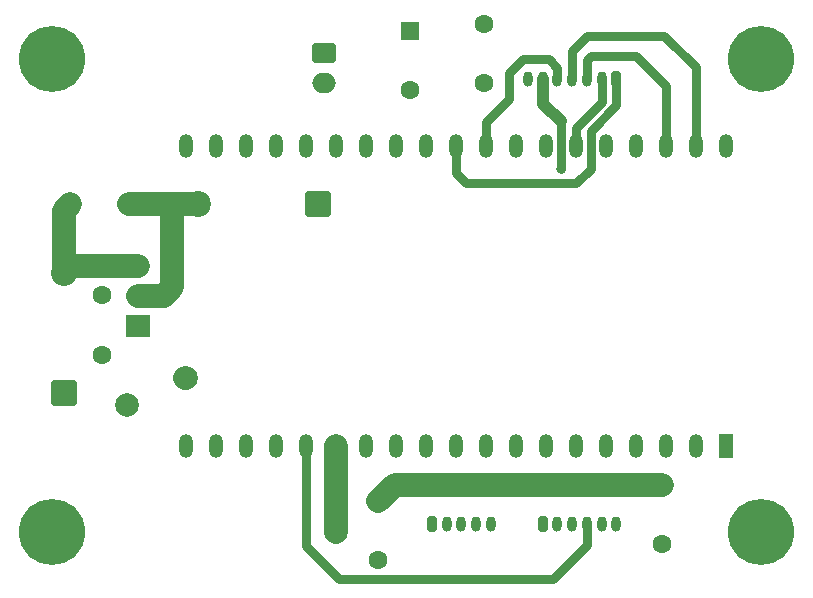
<source format=gbr>
%TF.GenerationSoftware,KiCad,Pcbnew,9.0.4*%
%TF.CreationDate,2025-12-06T22:06:23+01:00*%
%TF.ProjectId,bluebox,626c7565-626f-4782-9e6b-696361645f70,rev?*%
%TF.SameCoordinates,Original*%
%TF.FileFunction,Copper,L2,Bot*%
%TF.FilePolarity,Positive*%
%FSLAX46Y46*%
G04 Gerber Fmt 4.6, Leading zero omitted, Abs format (unit mm)*
G04 Created by KiCad (PCBNEW 9.0.4) date 2025-12-06 22:06:23*
%MOMM*%
%LPD*%
G01*
G04 APERTURE LIST*
G04 Aperture macros list*
%AMRoundRect*
0 Rectangle with rounded corners*
0 $1 Rounding radius*
0 $2 $3 $4 $5 $6 $7 $8 $9 X,Y pos of 4 corners*
0 Add a 4 corners polygon primitive as box body*
4,1,4,$2,$3,$4,$5,$6,$7,$8,$9,$2,$3,0*
0 Add four circle primitives for the rounded corners*
1,1,$1+$1,$2,$3*
1,1,$1+$1,$4,$5*
1,1,$1+$1,$6,$7*
1,1,$1+$1,$8,$9*
0 Add four rect primitives between the rounded corners*
20,1,$1+$1,$2,$3,$4,$5,0*
20,1,$1+$1,$4,$5,$6,$7,0*
20,1,$1+$1,$6,$7,$8,$9,0*
20,1,$1+$1,$8,$9,$2,$3,0*%
G04 Aperture macros list end*
%TA.AperFunction,ComponentPad*%
%ADD10C,1.600000*%
%TD*%
%TA.AperFunction,ComponentPad*%
%ADD11RoundRect,0.249999X0.850001X0.850001X-0.850001X0.850001X-0.850001X-0.850001X0.850001X-0.850001X0*%
%TD*%
%TA.AperFunction,ComponentPad*%
%ADD12C,2.200000*%
%TD*%
%TA.AperFunction,ComponentPad*%
%ADD13C,5.600000*%
%TD*%
%TA.AperFunction,ComponentPad*%
%ADD14R,2.000000X1.905000*%
%TD*%
%TA.AperFunction,ComponentPad*%
%ADD15O,2.000000X1.905000*%
%TD*%
%TA.AperFunction,ComponentPad*%
%ADD16RoundRect,0.200000X-0.200000X-0.450000X0.200000X-0.450000X0.200000X0.450000X-0.200000X0.450000X0*%
%TD*%
%TA.AperFunction,ComponentPad*%
%ADD17O,0.800000X1.300000*%
%TD*%
%TA.AperFunction,ComponentPad*%
%ADD18RoundRect,0.250000X-0.550000X0.550000X-0.550000X-0.550000X0.550000X-0.550000X0.550000X0.550000X0*%
%TD*%
%TA.AperFunction,ComponentPad*%
%ADD19C,2.000000*%
%TD*%
%TA.AperFunction,ComponentPad*%
%ADD20RoundRect,0.200000X0.200000X0.450000X-0.200000X0.450000X-0.200000X-0.450000X0.200000X-0.450000X0*%
%TD*%
%TA.AperFunction,ComponentPad*%
%ADD21RoundRect,0.249999X0.850001X-0.850001X0.850001X0.850001X-0.850001X0.850001X-0.850001X-0.850001X0*%
%TD*%
%TA.AperFunction,ComponentPad*%
%ADD22RoundRect,0.250000X-0.750000X0.600000X-0.750000X-0.600000X0.750000X-0.600000X0.750000X0.600000X0*%
%TD*%
%TA.AperFunction,ComponentPad*%
%ADD23O,2.000000X1.700000*%
%TD*%
%TA.AperFunction,ComponentPad*%
%ADD24R,1.200000X2.000000*%
%TD*%
%TA.AperFunction,ComponentPad*%
%ADD25O,1.200000X2.000000*%
%TD*%
%TA.AperFunction,ViaPad*%
%ADD26C,0.800000*%
%TD*%
%TA.AperFunction,ViaPad*%
%ADD27C,2.000000*%
%TD*%
%TA.AperFunction,Conductor*%
%ADD28C,2.000000*%
%TD*%
%TA.AperFunction,Conductor*%
%ADD29C,0.800000*%
%TD*%
%TA.AperFunction,Conductor*%
%ADD30C,0.370000*%
%TD*%
%TA.AperFunction,Conductor*%
%ADD31C,1.000000*%
%TD*%
G04 APERTURE END LIST*
D10*
%TO.P,C202,1*%
%TO.N,Net-(D201-A)*%
X136500000Y-92250000D03*
%TO.P,C202,2*%
%TO.N,Net-(D202-A)*%
X141500000Y-92250000D03*
%TD*%
D11*
%TO.P,D202,1,K*%
%TO.N,GND*%
X157480000Y-92250000D03*
D12*
%TO.P,D202,2,A*%
%TO.N,Net-(D202-A)*%
X147320000Y-92250000D03*
%TD*%
D13*
%TO.P,H102,1,1*%
%TO.N,unconnected-(H102-Pad1)*%
X135000000Y-80000000D03*
%TD*%
D14*
%TO.P,U201,1,IN*%
%TO.N,Net-(J201-Pin_1)*%
X142240000Y-102535000D03*
D15*
%TO.P,U201,2,GND*%
%TO.N,Net-(D202-A)*%
X142240000Y-99995000D03*
%TO.P,U201,3,OUT*%
%TO.N,Net-(D201-A)*%
X142240000Y-97455000D03*
%TD*%
D16*
%TO.P,J303,1,Pin_1*%
%TO.N,GND*%
X176500000Y-119300000D03*
D17*
%TO.P,J303,2,Pin_2*%
%TO.N,Net-(J303-Pin_2)*%
X177750000Y-119300000D03*
%TO.P,J303,3,Pin_3*%
%TO.N,Net-(J303-Pin_3)*%
X179000000Y-119300000D03*
%TO.P,J303,4,Pin_4*%
%TO.N,Net-(J303-Pin_4)*%
X180250000Y-119300000D03*
%TO.P,J303,5,Pin_5*%
%TO.N,Net-(J303-Pin_5)*%
X181500000Y-119300000D03*
%TO.P,J303,6,Pin_6*%
%TO.N,Net-(J301-Pin_6)*%
X182750000Y-119300000D03*
%TD*%
D18*
%TO.P,C302,1*%
%TO.N,Net-(J301-Pin_6)*%
X165250000Y-77597349D03*
D10*
%TO.P,C302,2*%
%TO.N,GND*%
X165250000Y-82597349D03*
%TD*%
D16*
%TO.P,J302,1,Pin_1*%
%TO.N,Net-(J301-Pin_6)*%
X167125000Y-119300000D03*
D17*
%TO.P,J302,2,Pin_2*%
%TO.N,Net-(J302-Pin_2)*%
X168375000Y-119300000D03*
%TO.P,J302,3,Pin_3*%
%TO.N,Net-(J302-Pin_3)*%
X169625000Y-119300000D03*
%TO.P,J302,4,Pin_4*%
%TO.N,Net-(J302-Pin_4)*%
X170875000Y-119300000D03*
%TO.P,J302,5,Pin_5*%
%TO.N,GND*%
X172125000Y-119300000D03*
%TD*%
D19*
%TO.P,TP202,1,1*%
%TO.N,/MPU/MCU5V*%
X141350000Y-109250000D03*
%TD*%
D20*
%TO.P,J301,1,Pin_1*%
%TO.N,Net-(J301-Pin_1)*%
X182750000Y-81700000D03*
D17*
%TO.P,J301,2,Pin_2*%
%TO.N,Net-(J301-Pin_2)*%
X181500000Y-81700000D03*
%TO.P,J301,3,Pin_3*%
%TO.N,Net-(J301-Pin_3)*%
X180250000Y-81700000D03*
%TO.P,J301,4,Pin_4*%
%TO.N,Net-(J301-Pin_4)*%
X179000000Y-81700000D03*
%TO.P,J301,5,Pin_5*%
%TO.N,Net-(J301-Pin_5)*%
X177750000Y-81700000D03*
%TO.P,J301,6,Pin_6*%
%TO.N,Net-(J301-Pin_6)*%
X176500000Y-81700000D03*
%TO.P,J301,7,Pin_7*%
%TO.N,GND*%
X175250000Y-81700000D03*
%TD*%
D10*
%TO.P,C304,1*%
%TO.N,Net-(J301-Pin_6)*%
X162600000Y-117400000D03*
%TO.P,C304,2*%
%TO.N,GND*%
X162600000Y-122400000D03*
%TD*%
%TO.P,C303,1*%
%TO.N,Net-(J301-Pin_6)*%
X186600000Y-116000000D03*
%TO.P,C303,2*%
%TO.N,GND*%
X186600000Y-121000000D03*
%TD*%
%TO.P,C201,1*%
%TO.N,Net-(J201-Pin_1)*%
X139184088Y-104991196D03*
%TO.P,C201,2*%
%TO.N,GND*%
X139184088Y-99991196D03*
%TD*%
D13*
%TO.P,H103,1,1*%
%TO.N,unconnected-(H103-Pad1)*%
X195000000Y-120000000D03*
%TD*%
%TO.P,H101,1,1*%
%TO.N,GND*%
X135000000Y-120000000D03*
%TD*%
%TO.P,H104,1,1*%
%TO.N,unconnected-(H104-Pad1)*%
X195000000Y-80000000D03*
%TD*%
D19*
%TO.P,TP201,1,1*%
%TO.N,GND*%
X159000000Y-120000000D03*
%TD*%
D21*
%TO.P,D201,1,K*%
%TO.N,/MPU/MCU5V*%
X135950000Y-108280000D03*
D12*
%TO.P,D201,2,A*%
%TO.N,Net-(D201-A)*%
X135950000Y-98120000D03*
%TD*%
D10*
%TO.P,C301,1*%
%TO.N,Net-(J301-Pin_6)*%
X171500000Y-77000000D03*
%TO.P,C301,2*%
%TO.N,GND*%
X171500000Y-82000000D03*
%TD*%
D22*
%TO.P,J201,1,Pin_1*%
%TO.N,Net-(J201-Pin_1)*%
X158000000Y-79500000D03*
D23*
%TO.P,J201,2,Pin_2*%
%TO.N,GND*%
X158000000Y-82000000D03*
%TD*%
D24*
%TO.P,U301,1,3V3*%
%TO.N,Net-(J301-Pin_6)*%
X192000000Y-112700000D03*
D25*
%TO.P,U301,2,CHIP_PU*%
%TO.N,unconnected-(U301-CHIP_PU-Pad2)*%
X189460000Y-112700000D03*
%TO.P,U301,3,SENSOR_VP/GPIO36/ADC1_CH0*%
%TO.N,unconnected-(U301-SENSOR_VP{slash}GPIO36{slash}ADC1_CH0-Pad3)*%
X186920000Y-112700000D03*
%TO.P,U301,4,SENSOR_VN/GPIO39/ADC1_CH3*%
%TO.N,unconnected-(U301-SENSOR_VN{slash}GPIO39{slash}ADC1_CH3-Pad4)*%
X184380000Y-112700000D03*
%TO.P,U301,5,VDET_1/GPIO34/ADC1_CH6*%
%TO.N,unconnected-(U301-VDET_1{slash}GPIO34{slash}ADC1_CH6-Pad5)*%
X181840000Y-112700000D03*
%TO.P,U301,6,VDET_2/GPIO35/ADC1_CH7*%
%TO.N,unconnected-(U301-VDET_2{slash}GPIO35{slash}ADC1_CH7-Pad6)*%
X179300000Y-112700000D03*
%TO.P,U301,7,32K_XP/GPIO32/ADC1_CH4*%
%TO.N,Net-(J303-Pin_3)*%
X176760000Y-112700000D03*
%TO.P,U301,8,32K_XN/GPIO33/ADC1_CH5*%
%TO.N,Net-(J303-Pin_2)*%
X174220000Y-112700000D03*
%TO.P,U301,9,DAC_1/ADC2_CH8/GPIO25*%
%TO.N,Net-(J302-Pin_4)*%
X171680000Y-112700000D03*
%TO.P,U301,10,DAC_2/ADC2_CH9/GPIO26*%
%TO.N,Net-(J302-Pin_3)*%
X169140000Y-112700000D03*
%TO.P,U301,11,ADC2_CH7/GPIO27*%
%TO.N,Net-(J302-Pin_2)*%
X166600000Y-112700000D03*
%TO.P,U301,12,MTMS/GPIO14/ADC2_CH6*%
%TO.N,Net-(J303-Pin_5)*%
X164060000Y-112700000D03*
%TO.P,U301,13,MTDI/GPIO12/ADC2_CH5*%
%TO.N,unconnected-(U301-MTDI{slash}GPIO12{slash}ADC2_CH5-Pad13)*%
X161520000Y-112700000D03*
%TO.P,U301,14,GND*%
%TO.N,GND*%
X158980000Y-112700000D03*
%TO.P,U301,15,MTCK/GPIO13/ADC2_CH4*%
%TO.N,Net-(J303-Pin_4)*%
X156440000Y-112700000D03*
%TO.P,U301,16,SD_DATA2/GPIO9*%
%TO.N,unconnected-(U301-SD_DATA2{slash}GPIO9-Pad16)*%
X153900000Y-112700000D03*
%TO.P,U301,17,SD_DATA3/GPIO10*%
%TO.N,unconnected-(U301-SD_DATA3{slash}GPIO10-Pad17)*%
X151360000Y-112700000D03*
%TO.P,U301,18,CMD*%
%TO.N,unconnected-(U301-CMD-Pad18)*%
X148820000Y-112700000D03*
%TO.P,U301,19,5V*%
%TO.N,/MPU/MCU5V*%
X146280000Y-112700000D03*
%TO.P,U301,20,SD_CLK/GPIO6*%
%TO.N,unconnected-(U301-SD_CLK{slash}GPIO6-Pad20)*%
X146282720Y-87303680D03*
%TO.P,U301,21,SD_DATA0/GPIO7*%
%TO.N,unconnected-(U301-SD_DATA0{slash}GPIO7-Pad21)*%
X148822720Y-87303680D03*
%TO.P,U301,22,SD_DATA1/GPIO8*%
%TO.N,unconnected-(U301-SD_DATA1{slash}GPIO8-Pad22)*%
X151360000Y-87300000D03*
%TO.P,U301,23,MTDO/GPIO15/ADC2_CH3*%
%TO.N,unconnected-(U301-MTDO{slash}GPIO15{slash}ADC2_CH3-Pad23)*%
X153900000Y-87300000D03*
%TO.P,U301,24,ADC2_CH2/GPIO2*%
%TO.N,unconnected-(U301-ADC2_CH2{slash}GPIO2-Pad24)*%
X156440000Y-87300000D03*
%TO.P,U301,25,GPIO0/BOOT/ADC2_CH1*%
%TO.N,unconnected-(U301-GPIO0{slash}BOOT{slash}ADC2_CH1-Pad25)*%
X158980000Y-87300000D03*
%TO.P,U301,26,ADC2_CH0/GPIO4*%
%TO.N,unconnected-(U301-ADC2_CH0{slash}GPIO4-Pad26)*%
X161520000Y-87300000D03*
%TO.P,U301,27,GPIO16*%
%TO.N,unconnected-(U301-GPIO16-Pad27)*%
X164060000Y-87300000D03*
%TO.P,U301,28,GPIO17*%
%TO.N,unconnected-(U301-GPIO17-Pad28)*%
X166600000Y-87300000D03*
%TO.P,U301,29,GPIO5*%
%TO.N,Net-(J301-Pin_1)*%
X169140000Y-87300000D03*
%TO.P,U301,30,GPIO18*%
%TO.N,Net-(J301-Pin_5)*%
X171680000Y-87300000D03*
%TO.P,U301,31,GPIO19*%
%TO.N,unconnected-(U301-GPIO19-Pad31)*%
X174220000Y-87300000D03*
%TO.P,U301,32,GND*%
%TO.N,GND*%
X176760000Y-87300000D03*
%TO.P,U301,33,GPIO21*%
%TO.N,Net-(J301-Pin_2)*%
X179300000Y-87300000D03*
%TO.P,U301,34,U0RXD/GPIO3*%
%TO.N,unconnected-(U301-U0RXD{slash}GPIO3-Pad34)*%
X181840000Y-87300000D03*
%TO.P,U301,35,U0TXD/GPIO1*%
%TO.N,unconnected-(U301-U0TXD{slash}GPIO1-Pad35)*%
X184380000Y-87300000D03*
%TO.P,U301,36,GPIO22*%
%TO.N,Net-(J301-Pin_3)*%
X186920000Y-87300000D03*
%TO.P,U301,37,GPIO23*%
%TO.N,Net-(J301-Pin_4)*%
X189460000Y-87300000D03*
%TO.P,U301,38,GND*%
%TO.N,GND*%
X192000000Y-87300000D03*
%TD*%
D26*
%TO.N,Net-(J301-Pin_6)*%
X178030000Y-89300000D03*
D27*
%TO.N,/MPU/MCU5V*%
X146280000Y-107000000D03*
%TD*%
D28*
%TO.N,Net-(D201-A)*%
X142240000Y-97455000D02*
X136615000Y-97455000D01*
X135950000Y-98120000D02*
X135950000Y-92800000D01*
X135950000Y-92800000D02*
X136500000Y-92250000D01*
%TO.N,Net-(D202-A)*%
X147320000Y-92250000D02*
X145100000Y-92250000D01*
X145100000Y-92250000D02*
X145100000Y-99300000D01*
X145100000Y-99300000D02*
X144405000Y-99995000D01*
X144405000Y-99995000D02*
X142240000Y-99995000D01*
X145100000Y-92250000D02*
X141500000Y-92250000D01*
%TO.N,GND*%
X158980000Y-112700000D02*
X158980000Y-119980000D01*
D29*
X158980000Y-119980000D02*
X159000000Y-120000000D01*
D28*
%TO.N,Net-(J301-Pin_6)*%
X186600000Y-116000000D02*
X164000000Y-116000000D01*
D30*
X167000000Y-119175000D02*
X167125000Y-119300000D01*
D31*
X176500000Y-81700000D02*
X176500000Y-83750000D01*
D28*
X164000000Y-116000000D02*
X162600000Y-117400000D01*
D31*
X176500000Y-83750000D02*
X178030000Y-85250000D01*
D29*
X178030000Y-89300000D02*
X178030000Y-85250000D01*
D28*
%TO.N,/MPU/MCU5V*%
X146250000Y-106970000D02*
X146280000Y-107000000D01*
D29*
%TO.N,Net-(D201-A)*%
X142355794Y-97570794D02*
X142240000Y-97455000D01*
%TO.N,Net-(J301-Pin_3)*%
X180600000Y-79700000D02*
X184400000Y-79700000D01*
X184400000Y-79700000D02*
X186920000Y-82220000D01*
X180250000Y-80050000D02*
X180600000Y-79700000D01*
X180250000Y-81700000D02*
X180250000Y-80050000D01*
X186920000Y-82220000D02*
X186920000Y-87300000D01*
%TO.N,Net-(J301-Pin_2)*%
X179300000Y-85801802D02*
X181500000Y-83601802D01*
X181500000Y-83601802D02*
X181500000Y-81700000D01*
X179300000Y-87300000D02*
X179300000Y-85801802D01*
%TO.N,Net-(J301-Pin_4)*%
X186800000Y-78000000D02*
X189460000Y-80660000D01*
X179000000Y-81700000D02*
X179000000Y-79300000D01*
X179000000Y-79300000D02*
X180300000Y-78000000D01*
X189460000Y-80660000D02*
X189460000Y-87300000D01*
X180300000Y-78000000D02*
X186800000Y-78000000D01*
%TO.N,Net-(J301-Pin_1)*%
X169140000Y-89640000D02*
X170000000Y-90500000D01*
X180570000Y-89305789D02*
X180570000Y-86083044D01*
X180570000Y-86083044D02*
X182750000Y-83903044D01*
X182750000Y-83903044D02*
X182750000Y-81700000D01*
D30*
X180556089Y-89305789D02*
X180570000Y-89305789D01*
D29*
X179361878Y-90500000D02*
X180556089Y-89305789D01*
X170000000Y-90500000D02*
X179361878Y-90500000D01*
X169140000Y-87300000D02*
X169140000Y-89640000D01*
%TO.N,Net-(J301-Pin_5)*%
X174800000Y-80000000D02*
X177000000Y-80000000D01*
X173650000Y-83350000D02*
X173650000Y-81150000D01*
X173650000Y-81150000D02*
X174800000Y-80000000D01*
X171680000Y-85320000D02*
X173650000Y-83350000D01*
X177750000Y-80750000D02*
X177750000Y-81700000D01*
X171680000Y-87300000D02*
X171680000Y-85320000D01*
X177000000Y-80000000D02*
X177750000Y-80750000D01*
D30*
%TO.N,Net-(J302-Pin_3)*%
X169000000Y-112840000D02*
X169140000Y-112700000D01*
D29*
%TO.N,Net-(J303-Pin_4)*%
X159250000Y-124000000D02*
X177350000Y-124000000D01*
X177350000Y-124000000D02*
X180250000Y-121100000D01*
X180250000Y-121100000D02*
X180250000Y-119300000D01*
X156440000Y-121190000D02*
X159250000Y-124000000D01*
X156440000Y-112700000D02*
X156440000Y-121190000D01*
D30*
%TO.N,Net-(J303-Pin_3)*%
X178900000Y-119200000D02*
X179000000Y-119300000D01*
%TD*%
M02*

</source>
